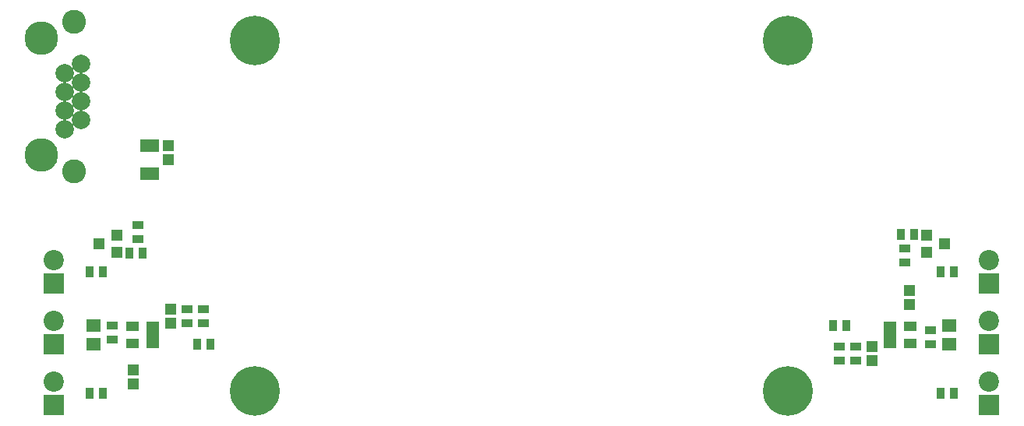
<source format=gbr>
G04 #@! TF.FileFunction,Soldermask,Top*
%FSLAX46Y46*%
G04 Gerber Fmt 4.6, Leading zero omitted, Abs format (unit mm)*
G04 Created by KiCad (PCBNEW 4.0.7) date 06/27/18 15:52:41*
%MOMM*%
%LPD*%
G01*
G04 APERTURE LIST*
%ADD10C,0.150000*%
%ADD11C,2.600000*%
%ADD12C,3.650000*%
%ADD13C,2.000000*%
%ADD14R,1.150000X1.200000*%
%ADD15R,2.000000X1.400000*%
%ADD16R,1.300000X1.200000*%
%ADD17R,1.650000X1.400000*%
%ADD18R,2.200000X2.200000*%
%ADD19C,2.200000*%
%ADD20R,0.900000X1.300000*%
%ADD21R,1.300000X0.900000*%
%ADD22R,1.460000X1.050000*%
%ADD23C,5.400000*%
G04 APERTURE END LIST*
D10*
D11*
X34922000Y-25906000D03*
X34922000Y-42166000D03*
D12*
X31362000Y-27686000D03*
X31362000Y-40386000D03*
D13*
X33902000Y-33536000D03*
X33902000Y-35566000D03*
X35682000Y-32506000D03*
X35682000Y-34536000D03*
X35682000Y-30476000D03*
X33902000Y-31506000D03*
X35682000Y-36566000D03*
X33902000Y-37596000D03*
D14*
X45212000Y-40882000D03*
X45212000Y-39382000D03*
D15*
X43180000Y-39394000D03*
X43180000Y-42394000D03*
D16*
X39608000Y-50988000D03*
X39608000Y-49088000D03*
X37608000Y-50038000D03*
D14*
X45466000Y-57162000D03*
X45466000Y-58662000D03*
D17*
X37084000Y-60944000D03*
X37084000Y-58944000D03*
D14*
X121666000Y-62726000D03*
X121666000Y-61226000D03*
D17*
X130048000Y-58944000D03*
X130048000Y-60944000D03*
D18*
X32766000Y-60960000D03*
D19*
X32766000Y-58420000D03*
D18*
X32766000Y-54356000D03*
D19*
X32766000Y-51816000D03*
D18*
X32766000Y-67564000D03*
D19*
X32766000Y-65024000D03*
D18*
X134366000Y-54356000D03*
D19*
X134366000Y-51816000D03*
D18*
X134366000Y-67564000D03*
D19*
X134366000Y-65024000D03*
D18*
X134366000Y-60960000D03*
D19*
X134366000Y-58420000D03*
D20*
X48272000Y-60960000D03*
X49772000Y-60960000D03*
X118860000Y-58928000D03*
X117360000Y-58928000D03*
D21*
X47244000Y-58662000D03*
X47244000Y-57162000D03*
D20*
X42406000Y-51054000D03*
X40906000Y-51054000D03*
D21*
X49022000Y-58662000D03*
X49022000Y-57162000D03*
D20*
X36588000Y-53086000D03*
X38088000Y-53086000D03*
D21*
X39116000Y-58940000D03*
X39116000Y-60440000D03*
D20*
X36588000Y-66294000D03*
X38088000Y-66294000D03*
X130544000Y-53086000D03*
X129044000Y-53086000D03*
X130544000Y-66294000D03*
X129044000Y-66294000D03*
D21*
X119888000Y-61226000D03*
X119888000Y-62726000D03*
X118110000Y-61226000D03*
X118110000Y-62726000D03*
X128016000Y-60948000D03*
X128016000Y-59448000D03*
D22*
X43518000Y-60894000D03*
X43518000Y-59944000D03*
X43518000Y-58994000D03*
X41318000Y-58994000D03*
X41318000Y-60894000D03*
X123614000Y-58994000D03*
X123614000Y-59944000D03*
X123614000Y-60894000D03*
X125814000Y-60894000D03*
X125814000Y-58994000D03*
D21*
X41910000Y-49518000D03*
X41910000Y-48018000D03*
D23*
X112522000Y-66040000D03*
X54610000Y-66040000D03*
X54610000Y-27940000D03*
X112522000Y-27940000D03*
D16*
X127524000Y-49088000D03*
X127524000Y-50988000D03*
X129524000Y-50038000D03*
D21*
X125222000Y-50558000D03*
X125222000Y-52058000D03*
D20*
X126226000Y-49022000D03*
X124726000Y-49022000D03*
D14*
X41402000Y-65266000D03*
X41402000Y-63766000D03*
X125730000Y-55130000D03*
X125730000Y-56630000D03*
M02*

</source>
